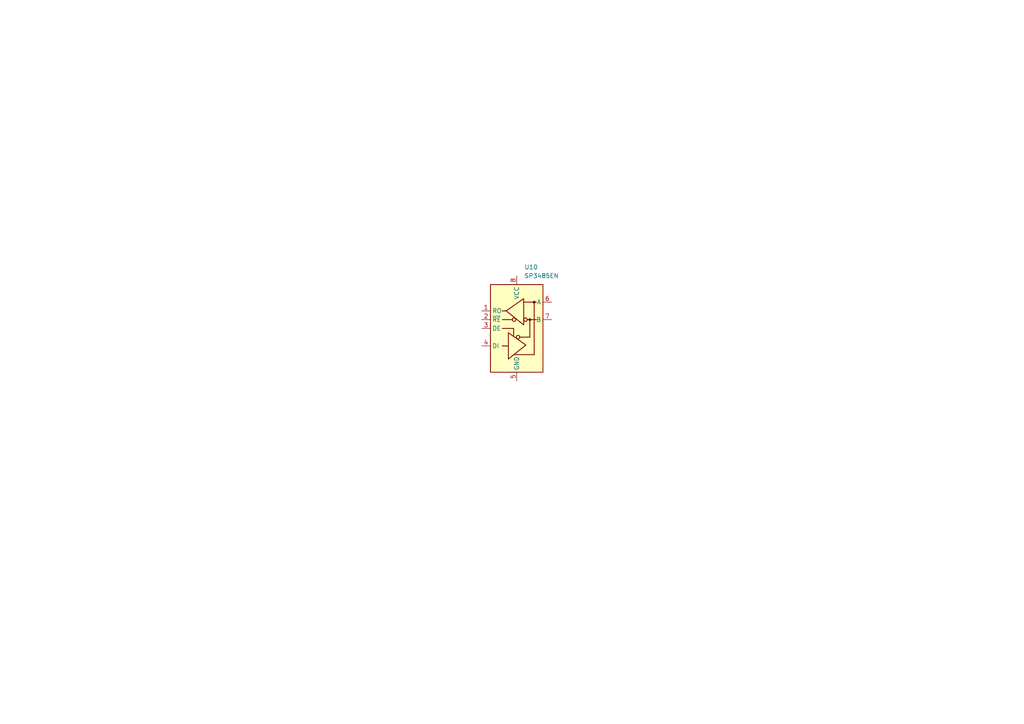
<source format=kicad_sch>
(kicad_sch (version 20231120) (generator "eeschema") (generator_version "8.0")
  (paper "A4")
  (lib_symbols
    (symbol "Interface_UART:SP3485EN"
      (property "Reference" "U" (at -7.62 13.97 0))
      (property "Value" "SP3485EN" (at 1.905 13.97 0))
      (symbol "SP3485EN_0_1"
        (rectangle (start -7.62 12.7) (end 7.62 -12.7) (stroke (width 0.254)) (fill (type background)))
        (polyline (pts (xy -4.191 2.54) (xy -1.27 2.54)) (stroke (width 0.254)))
        (polyline (pts (xy -2.54 -5.08) (xy -4.191 -5.08)) (stroke (width 0.254)))
        (polyline (pts (xy -0.635 -7.62) (xy 5.08 -7.62)) (stroke (width 0.254)))
        (polyline (pts (xy 0.889 -2.54) (xy 3.81 -2.54)) (stroke (width 0.254)))
        (polyline (pts (xy 2.032 7.62) (xy 5.715 7.62)) (stroke (width 0.254)))
        (polyline (pts (xy 3.048 2.54) (xy 5.715 2.54)) (stroke (width 0.254)))
        (polyline (pts (xy 3.81 -2.54) (xy 3.81 2.54)) (stroke (width 0.254)))
        (polyline (pts (xy 5.08 -7.62) (xy 5.08 7.62)) (stroke (width 0.254)))
        (polyline (pts (xy -4.191 0) (xy -0.889 0) (xy -0.889 -2.286)) (stroke (width 0.254)))
        (polyline (pts (xy -3.175 5.08) (xy -4.191 5.08) (xy -4.064 5.08)) (stroke (width 0.254)))
        (polyline (pts (xy -2.413 -5.08) (xy -2.413 -1.27) (xy 2.667 -4.826) (xy -2.413 -8.89) (xy -2.413 -5.08)) (stroke (width 0.254)))
        (circle (center 0.381 -2.54) (radius 0.508) (stroke (width 0.254)))
        (circle (center 3.81 2.54) (radius 0.2794) (stroke (width 0.254)) (fill (type outline)))
      )
      (symbol "SP3485EN_1_1"
        (circle (center -0.762 2.54) (radius 0.508) (stroke (width 0.254)))
        (polyline (pts (xy 2.032 4.826) (xy 2.032 8.636) (xy -3.048 5.08) (xy 2.032 1.016) (xy 2.032 4.826)) (stroke (width 0.254)))
        (circle (center 2.54 2.54) (radius 0.508) (stroke (width 0.254)))
        (circle (center 5.08 7.62) (radius 0.2794) (stroke (width 0.254)) (fill (type outline)))
        (pin output line (at -10.16 5.08 0) (length 2.54) (name "RO") (number "1"))
        (pin input line (at -10.16 2.54 0) (length 2.54) (name "~{RE}") (number "2"))
        (pin input line (at -10.16 0 0) (length 2.54) (name "DE") (number "3"))
        (pin input line (at -10.16 -5.08 0) (length 2.54) (name "DI") (number "4"))
        (pin power_in line (at 0 -15.24 90) (length 2.54) (name "GND") (number "5"))
        (pin bidirectional line (at 10.16 7.62 180) (length 2.54) (name "A") (number "6"))
        (pin bidirectional line (at 10.16 2.54 180) (length 2.54) (name "B") (number "7"))
        (pin power_in line (at 0 15.24 270) (length 2.54) (name "VCC") (number "8"))
      )
    )
  )
  (symbol (lib_id "Interface_UART:SP3485EN") (at 149.86 95.25 0) (unit 1)
    (property "Reference" "U10" (at 152.0541 77.47 0) (effects (justify left)))
    (property "Value" "SP3485EN" (at 152.0541 80.01 0) (effects (justify left)))
    (property "Footprint" "Package_SO:SOIC-8_3.9x4.9mm_P1.27mm" (effects (hide yes)))
    (property "Datasheet" "http://www.icbase.com/pdf/SPX/SPX00480106.pdf" (effects (hide yes)))
    (property "Description" "Industrial 3.3V Low Power Half-Duplex RS-485 Transceiver 10Mbps, SOIC-8" (effects (hide yes)))
  )
)
</source>
